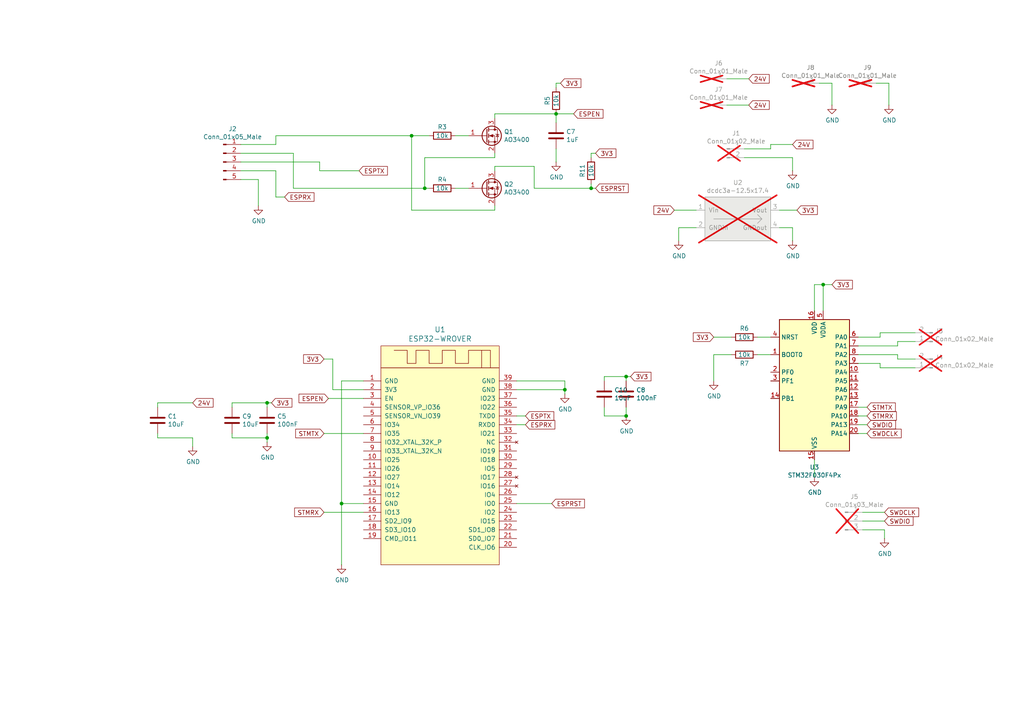
<source format=kicad_sch>
(kicad_sch (version 20250114) (generator "eeschema") (generator_version "9.0")
  (paper "A4")
  (lib_symbols
    (symbol "Connector:Conn_01x01_Male" (pin_names (offset 1.016) (hide yes))
      (property "Reference" "J" (at 0 2.54 0))
      (property "Value" "Connector_Conn_01x01_Male" (at 0 -2.54 0))
      (symbol "Conn_01x01_Male_1_1"
        (rectangle (start 0.8636 0.127) (end 0 -0.127) (stroke (width 0.1524)) (fill (type outline)))
        (polyline (pts (xy 1.27 0) (xy 0.8636 0)) (stroke (width 0.1524)))
        (pin passive line (at 5.08 0 180) (length 3.81) (name "Pin_1") (number "1"))
      )
    )
    (symbol "Connector:Conn_01x02_Male" (pin_names (offset 1.016) (hide yes))
      (property "Reference" "J" (at 0 2.54 0))
      (property "Value" "Connector_Conn_01x02_Male" (at 0 -5.08 0))
      (symbol "Conn_01x02_Male_1_1"
        (rectangle (start 0.8636 0.127) (end 0 -0.127) (stroke (width 0.1524)) (fill (type outline)))
        (rectangle (start 0.8636 -2.413) (end 0 -2.667) (stroke (width 0.1524)) (fill (type outline)))
        (polyline (pts (xy 1.27 0) (xy 0.8636 0)) (stroke (width 0.1524)))
        (polyline (pts (xy 1.27 -2.54) (xy 0.8636 -2.54)) (stroke (width 0.1524)))
        (pin passive line (at 5.08 0 180) (length 3.81) (name "Pin_1") (number "1"))
        (pin passive line (at 5.08 -2.54 180) (length 3.81) (name "Pin_2") (number "2"))
      )
    )
    (symbol "Connector:Conn_01x03_Male" (pin_names (offset 1.016) (hide yes))
      (property "Reference" "J" (at 0 5.08 0))
      (property "Value" "Connector_Conn_01x03_Male" (at 0 -5.08 0))
      (symbol "Conn_01x03_Male_1_1"
        (rectangle (start 0.8636 2.667) (end 0 2.413) (stroke (width 0.1524)) (fill (type outline)))
        (rectangle (start 0.8636 0.127) (end 0 -0.127) (stroke (width 0.1524)) (fill (type outline)))
        (rectangle (start 0.8636 -2.413) (end 0 -2.667) (stroke (width 0.1524)) (fill (type outline)))
        (polyline (pts (xy 1.27 2.54) (xy 0.8636 2.54)) (stroke (width 0.1524)))
        (polyline (pts (xy 1.27 0) (xy 0.8636 0)) (stroke (width 0.1524)))
        (polyline (pts (xy 1.27 -2.54) (xy 0.8636 -2.54)) (stroke (width 0.1524)))
        (pin passive line (at 5.08 2.54 180) (length 3.81) (name "Pin_1") (number "1"))
        (pin passive line (at 5.08 0 180) (length 3.81) (name "Pin_2") (number "2"))
        (pin passive line (at 5.08 -2.54 180) (length 3.81) (name "Pin_3") (number "3"))
      )
    )
    (symbol "Connector:Conn_01x05_Male" (pin_names (offset 1.016) (hide yes))
      (property "Reference" "J" (at 0 7.62 0))
      (property "Value" "Connector_Conn_01x05_Male" (at 0 -7.62 0))
      (symbol "Conn_01x05_Male_1_1"
        (rectangle (start 0.8636 5.207) (end 0 4.953) (stroke (width 0.1524)) (fill (type outline)))
        (rectangle (start 0.8636 2.667) (end 0 2.413) (stroke (width 0.1524)) (fill (type outline)))
        (rectangle (start 0.8636 0.127) (end 0 -0.127) (stroke (width 0.1524)) (fill (type outline)))
        (rectangle (start 0.8636 -2.413) (end 0 -2.667) (stroke (width 0.1524)) (fill (type outline)))
        (rectangle (start 0.8636 -4.953) (end 0 -5.207) (stroke (width 0.1524)) (fill (type outline)))
        (polyline (pts (xy 1.27 5.08) (xy 0.8636 5.08)) (stroke (width 0.1524)))
        (polyline (pts (xy 1.27 2.54) (xy 0.8636 2.54)) (stroke (width 0.1524)))
        (polyline (pts (xy 1.27 0) (xy 0.8636 0)) (stroke (width 0.1524)))
        (polyline (pts (xy 1.27 -2.54) (xy 0.8636 -2.54)) (stroke (width 0.1524)))
        (polyline (pts (xy 1.27 -5.08) (xy 0.8636 -5.08)) (stroke (width 0.1524)))
        (pin passive line (at 5.08 5.08 180) (length 3.81) (name "Pin_1") (number "1"))
        (pin passive line (at 5.08 2.54 180) (length 3.81) (name "Pin_2") (number "2"))
        (pin passive line (at 5.08 0 180) (length 3.81) (name "Pin_3") (number "3"))
        (pin passive line (at 5.08 -2.54 180) (length 3.81) (name "Pin_4") (number "4"))
        (pin passive line (at 5.08 -5.08 180) (length 3.81) (name "Pin_5") (number "5"))
      )
    )
    (symbol "Device:C" (pin_numbers (hide yes)) (pin_names (offset 0.254))
      (property "Reference" "C" (at 0.635 2.54 0))
      (property "Value" "C" (at 0.635 -2.54 0))
      (symbol "C_0_1"
        (polyline (pts (xy -2.032 0.762) (xy 2.032 0.762)) (stroke (width 0.508)))
        (polyline (pts (xy -2.032 -0.762) (xy 2.032 -0.762)) (stroke (width 0.508)))
      )
      (symbol "C_1_1"
        (pin passive line (at 0 3.81 270) (length 2.794) (name "~") (number "1"))
        (pin passive line (at 0 -3.81 90) (length 2.794) (name "~") (number "2"))
      )
    )
    (symbol "Device:R" (pin_numbers (hide yes)) (pin_names (offset 0))
      (property "Reference" "R" (at 2.032 0 90))
      (property "Value" "R" (at 0 0 90))
      (symbol "R_0_1"
        (rectangle (start -1.016 -2.54) (end 1.016 2.54) (stroke (width 0.254)))
      )
      (symbol "R_1_1"
        (pin passive line (at 0 3.81 270) (length 1.27) (name "~") (number "1"))
        (pin passive line (at 0 -3.81 90) (length 1.27) (name "~") (number "2"))
      )
    )
    (symbol "MCU_ST_STM32F0:STM32F030F4Px"
      (property "Reference" "U" (at -10.16 21.59 0))
      (property "Value" "STM32F030F4Px" (at 5.08 21.59 0))
      (symbol "STM32F030F4Px_0_1"
        (rectangle (start -10.16 -17.78) (end 10.16 20.32) (stroke (width 0.254)) (fill (type background)))
      )
      (symbol "STM32F030F4Px_1_1"
        (pin input line (at -12.7 15.24 0) (length 2.54) (name "NRST") (number "4"))
        (pin input line (at -12.7 10.16 0) (length 2.54) (name "BOOT0") (number "1"))
        (pin bidirectional line (at -12.7 5.08 0) (length 2.54) (name "PF0") (number "2"))
        (pin bidirectional line (at -12.7 2.54 0) (length 2.54) (name "PF1") (number "3"))
        (pin bidirectional line (at -12.7 -2.54 0) (length 2.54) (name "PB1") (number "14"))
        (pin power_in line (at 0 22.86 270) (length 2.54) (name "VDD") (number "16"))
        (pin power_in line (at 0 -20.32 90) (length 2.54) (name "VSS") (number "15"))
        (pin power_in line (at 2.54 22.86 270) (length 2.54) (name "VDDA") (number "5"))
        (pin bidirectional line (at 12.7 15.24 180) (length 2.54) (name "PA0") (number "6"))
        (pin bidirectional line (at 12.7 12.7 180) (length 2.54) (name "PA1") (number "7"))
        (pin bidirectional line (at 12.7 10.16 180) (length 2.54) (name "PA2") (number "8"))
        (pin bidirectional line (at 12.7 7.62 180) (length 2.54) (name "PA3") (number "9"))
        (pin bidirectional line (at 12.7 5.08 180) (length 2.54) (name "PA4") (number "10"))
        (pin bidirectional line (at 12.7 2.54 180) (length 2.54) (name "PA5") (number "11"))
        (pin bidirectional line (at 12.7 0 180) (length 2.54) (name "PA6") (number "12"))
        (pin bidirectional line (at 12.7 -2.54 180) (length 2.54) (name "PA7") (number "13"))
        (pin bidirectional line (at 12.7 -5.08 180) (length 2.54) (name "PA9") (number "17"))
        (pin bidirectional line (at 12.7 -7.62 180) (length 2.54) (name "PA10") (number "18"))
        (pin bidirectional line (at 12.7 -10.16 180) (length 2.54) (name "PA13") (number "19"))
        (pin bidirectional line (at 12.7 -12.7 180) (length 2.54) (name "PA14") (number "20"))
      )
    )
    (symbol "Transistor_FET:BSS138" (pin_names (hide yes))
      (property "Reference" "Q" (at 5.08 1.905 0))
      (property "Value" "BSS138" (at 5.08 0 0))
      (symbol "BSS138_0_1"
        (polyline (pts (xy 0.254 1.905) (xy 0.254 -1.905)) (stroke (width 0.254)))
        (polyline (pts (xy 0.254 0) (xy -2.54 0)))
        (polyline (pts (xy 0.762 2.286) (xy 0.762 1.27)) (stroke (width 0.254)))
        (polyline (pts (xy 0.762 0.508) (xy 0.762 -0.508)) (stroke (width 0.254)))
        (polyline (pts (xy 0.762 -1.27) (xy 0.762 -2.286)) (stroke (width 0.254)))
        (polyline (pts (xy 0.762 -1.778) (xy 3.302 -1.778) (xy 3.302 1.778) (xy 0.762 1.778)))
        (polyline (pts (xy 1.016 0) (xy 2.032 0.381) (xy 2.032 -0.381) (xy 1.016 0)) (fill (type outline)))
        (circle (center 1.651 0) (radius 2.794) (stroke (width 0.254)))
        (polyline (pts (xy 2.54 2.54) (xy 2.54 1.778)))
        (circle (center 2.54 1.778) (radius 0.254) (fill (type outline)))
        (circle (center 2.54 -1.778) (radius 0.254) (fill (type outline)))
        (polyline (pts (xy 2.54 -2.54) (xy 2.54 0) (xy 0.762 0)))
        (polyline (pts (xy 2.794 0.508) (xy 2.921 0.381) (xy 3.683 0.381) (xy 3.81 0.254)))
        (polyline (pts (xy 3.302 0.381) (xy 2.921 -0.254) (xy 3.683 -0.254) (xy 3.302 0.381)))
      )
      (symbol "BSS138_1_1"
        (pin input line (at -5.08 0 0) (length 2.54) (name "G") (number "1"))
        (pin passive line (at 2.54 5.08 270) (length 2.54) (name "D") (number "3"))
        (pin passive line (at 2.54 -5.08 90) (length 2.54) (name "S") (number "2"))
      )
    )
    (symbol "dcdc:dcdc3a-12.5x17.4" (pin_names (offset 1.016))
      (property "Reference" "U" (at 0 -8.89 0))
      (property "Value" "dcdc_dcdc3a-12.5x17.4" (at 0 8.89 0))
      (symbol "dcdc3a-12.5x17.4_0_1"
        (rectangle (start -10.16 6.35) (end 8.89 -6.35) (fill (type background)))
        (polyline (pts (xy -7.62 0) (xy 6.35 0) (xy 5.08 1.27)))
        (polyline (pts (xy 6.35 0) (xy 5.08 -1.27)))
      )
      (symbol "dcdc3a-12.5x17.4_1_1"
        (pin power_in line (at -12.7 2.54 0) (length 2.54) (name "Vin") (number "1"))
        (pin power_in line (at -12.7 -2.54 0) (length 2.54) (name "GNDin") (number "2"))
        (pin power_out line (at 11.43 2.54 180) (length 2.54) (name "Vout") (number "3"))
        (pin power_out line (at 11.43 -2.54 180) (length 2.54) (name "GNDout") (number "4"))
      )
    )
    (symbol "esp32-wrover:ESP32-WROVER" (pin_names (offset 1.016))
      (property "Reference" "U" (at -15.24 -33.02 0))
      (property "Value" "ESP32-WROVER" (at 6.35 -33.02 0))
      (symbol "ESP32-WROVER_0_1"
        (rectangle (start -17.78 29.21) (end 16.51 22.86) (fill (type background)))
        (rectangle (start -17.78 22.86) (end 16.51 -34.29) (fill (type background)))
        (polyline (pts (xy -13.97 27.94) (xy -10.16 27.94) (xy -10.16 24.13) (xy -7.62 24.13) (xy -7.62 27.94) (xy -3.81 27.94) (xy -3.81 24.13) (xy 0 24.13) (xy 0 27.94) (xy 3.81 27.94) (xy 3.81 24.13) (xy 7.62 24.13) (xy 7.62 27.94) (xy 11.43 27.94) (xy 11.43 22.86)))
        (polyline (pts (xy 11.43 27.94) (xy 13.97 27.94) (xy 13.97 22.86)))
      )
      (symbol "ESP32-WROVER_1_1"
        (pin power_in line (at -22.86 19.05 0) (length 5.08) (name "GND") (number "1"))
        (pin power_in line (at -22.86 16.51 0) (length 5.08) (name "3V3") (number "2"))
        (pin input line (at -22.86 13.97 0) (length 5.08) (name "EN") (number "3"))
        (pin input line (at -22.86 11.43 0) (length 5.08) (name "SENSOR_VP_IO36") (number "4"))
        (pin input line (at -22.86 8.89 0) (length 5.08) (name "SENSOR_VN_IO39") (number "5"))
        (pin input line (at -22.86 6.35 0) (length 5.08) (name "IO34") (number "6"))
        (pin input line (at -22.86 3.81 0) (length 5.08) (name "IO35") (number "7"))
        (pin bidirectional line (at -22.86 1.27 0) (length 5.08) (name "IO32_XTAL_32K_P") (number "8"))
        (pin bidirectional line (at -22.86 -1.27 0) (length 5.08) (name "IO33_XTAL_32K_N") (number "9"))
        (pin bidirectional line (at -22.86 -3.81 0) (length 5.08) (name "IO25") (number "10"))
        (pin bidirectional line (at -22.86 -6.35 0) (length 5.08) (name "IO26") (number "11"))
        (pin bidirectional line (at -22.86 -8.89 0) (length 5.08) (name "IO27") (number "12"))
        (pin bidirectional line (at -22.86 -11.43 0) (length 5.08) (name "IO14") (number "13"))
        (pin bidirectional line (at -22.86 -13.97 0) (length 5.08) (name "IO12") (number "14"))
        (pin power_in line (at -22.86 -16.51 0) (length 5.08) (name "GND") (number "15"))
        (pin bidirectional line (at -22.86 -19.05 0) (length 5.08) (name "IO13") (number "16"))
        (pin bidirectional line (at -22.86 -21.59 0) (length 5.08) (name "SD2_IO9") (number "17"))
        (pin bidirectional line (at -22.86 -24.13 0) (length 5.08) (name "SD3_IO10") (number "18"))
        (pin bidirectional line (at -22.86 -26.67 0) (length 5.08) (name "CMD_IO11") (number "19"))
        (pin power_in line (at 21.59 19.05 180) (length 5.08) (name "GND") (number "39"))
        (pin power_in line (at 21.59 16.51 180) (length 5.08) (name "GND") (number "38"))
        (pin bidirectional line (at 21.59 13.97 180) (length 5.08) (name "IO23") (number "37"))
        (pin bidirectional line (at 21.59 11.43 180) (length 5.08) (name "IO22") (number "36"))
        (pin output line (at 21.59 8.89 180) (length 5.08) (name "TXD0") (number "35"))
        (pin input line (at 21.59 6.35 180) (length 5.08) (name "RXD0") (number "34"))
        (pin bidirectional line (at 21.59 3.81 180) (length 5.08) (name "IO21") (number "33"))
        (pin no_connect line (at 21.59 1.27 180) (length 5.08) (name "NC") (number "32"))
        (pin bidirectional line (at 21.59 -1.27 180) (length 5.08) (name "IO19") (number "31"))
        (pin bidirectional line (at 21.59 -3.81 180) (length 5.08) (name "IO18") (number "30"))
        (pin bidirectional line (at 21.59 -6.35 180) (length 5.08) (name "IO5") (number "29"))
        (pin no_connect line (at 21.59 -8.89 180) (length 5.08) (name "IO17") (number "28"))
        (pin no_connect line (at 21.59 -11.43 180) (length 5.08) (name "IO16") (number "27"))
        (pin bidirectional line (at 21.59 -13.97 180) (length 5.08) (name "IO4") (number "26"))
        (pin bidirectional line (at 21.59 -16.51 180) (length 5.08) (name "IO0") (number "25"))
        (pin bidirectional line (at 21.59 -19.05 180) (length 5.08) (name "IO2") (number "24"))
        (pin bidirectional line (at 21.59 -21.59 180) (length 5.08) (name "IO15") (number "23"))
        (pin bidirectional line (at 21.59 -24.13 180) (length 5.08) (name "SD1_IO8") (number "22"))
        (pin bidirectional line (at 21.59 -26.67 180) (length 5.08) (name "SD0_IO7") (number "21"))
        (pin bidirectional line (at 21.59 -29.21 180) (length 5.08) (name "CLK_IO6") (number "20"))
      )
    )
    (symbol "power:GND" (power) (pin_numbers (hide yes)) (pin_names (offset 0) (hide yes))
      (property "Value" "GND" (at 0 -3.81 0))
      (symbol "GND_0_1"
        (polyline (pts (xy 0 0) (xy 0 -1.27) (xy 1.27 -1.27) (xy 0 -2.54) (xy -1.27 -1.27) (xy 0 -1.27)))
      )
      (symbol "GND_1_1"
        (pin power_in line (at 0 0 270) (length 0) (name "~") (number "1"))
      )
    )
  )
  (junction (at 77.47 116.84))
  (junction (at 77.47 127))
  (junction (at 238.76 82.55))
  (junction (at 161.29 33.02))
  (junction (at 119.38 39.37))
  (junction (at 99.06 146.05))
  (junction (at 181.61 109.22))
  (junction (at 163.83 113.03))
  (junction (at 123.19 54.61))
  (junction (at 181.61 120.65))
  (junction (at 171.45 54.61))
  (wire (pts (xy 257.81 24.13) (xy 257.81 30.48)))
  (wire (pts (xy 182.88 109.22) (xy 181.61 109.22)))
  (wire (pts (xy 149.86 146.05) (xy 160.02 146.05)))
  (wire (pts (xy 80.01 49.53) (xy 80.01 57.15)))
  (wire (pts (xy 195.58 60.96) (xy 201.93 60.96)))
  (wire (pts (xy 251.46 123.19) (xy 248.92 123.19)))
  (wire (pts (xy 123.19 45.72) (xy 143.51 45.72)))
  (wire (pts (xy 248.92 105.41) (xy 255.27 105.41)))
  (wire (pts (xy 119.38 60.96) (xy 143.51 60.96)))
  (wire (pts (xy 226.06 60.96) (xy 231.14 60.96)))
  (wire (pts (xy 238.76 82.55) (xy 238.76 90.17)))
  (wire (pts (xy 69.85 52.07) (xy 74.93 52.07)))
  (wire (pts (xy 161.29 43.18) (xy 161.29 46.99)))
  (wire (pts (xy 80.01 39.37) (xy 119.38 39.37)))
  (wire (pts (xy 255.27 96.52) (xy 255.27 97.79)))
  (wire (pts (xy 175.26 118.11) (xy 175.26 120.65)))
  (wire (pts (xy 171.45 54.61) (xy 154.94 54.61)))
  (wire (pts (xy 154.94 54.61) (xy 154.94 48.26)))
  (wire (pts (xy 223.52 102.87) (xy 219.71 102.87)))
  (wire (pts (xy 77.47 116.84) (xy 67.31 116.84)))
  (wire (pts (xy 210.82 30.48) (xy 217.17 30.48)))
  (wire (pts (xy 152.4 123.19) (xy 149.86 123.19)))
  (wire (pts (xy 248.92 100.33) (xy 260.35 100.33)))
  (wire (pts (xy 149.86 110.49) (xy 163.83 110.49)))
  (wire (pts (xy 236.22 82.55) (xy 236.22 90.17)))
  (wire (pts (xy 55.88 127) (xy 55.88 129.54)))
  (wire (pts (xy 69.85 44.45) (xy 85.09 44.45)))
  (wire (pts (xy 93.98 125.73) (xy 105.41 125.73)))
  (wire (pts (xy 105.41 110.49) (xy 99.06 110.49)))
  (wire (pts (xy 67.31 125.73) (xy 67.31 127)))
  (wire (pts (xy 241.3 24.13) (xy 237.49 24.13)))
  (wire (pts (xy 181.61 118.11) (xy 181.61 120.65)))
  (wire (pts (xy 163.83 110.49) (xy 163.83 113.03)))
  (wire (pts (xy 171.45 44.45) (xy 171.45 45.72)))
  (wire (pts (xy 256.54 151.13) (xy 250.19 151.13)))
  (wire (pts (xy 212.09 97.79) (xy 207.01 97.79)))
  (wire (pts (xy 210.82 22.86) (xy 217.17 22.86)))
  (wire (pts (xy 251.46 118.11) (xy 248.92 118.11)))
  (wire (pts (xy 238.76 82.55) (xy 241.3 82.55)))
  (wire (pts (xy 143.51 48.26) (xy 154.94 48.26)))
  (wire (pts (xy 82.55 57.15) (xy 80.01 57.15)))
  (bus (pts (xy -31.75 -25.4) (xy -29.21 -22.86)))
  (wire (pts (xy 229.87 66.04) (xy 229.87 69.85)))
  (wire (pts (xy 119.38 39.37) (xy 119.38 60.96)))
  (wire (pts (xy 143.51 49.53) (xy 143.51 48.26)))
  (wire (pts (xy 256.54 148.59) (xy 250.19 148.59)))
  (wire (pts (xy 212.09 102.87) (xy 207.01 102.87)))
  (wire (pts (xy 85.09 54.61) (xy 123.19 54.61)))
  (wire (pts (xy 265.43 96.52) (xy 255.27 96.52)))
  (wire (pts (xy 265.43 99.06) (xy 260.35 99.06)))
  (wire (pts (xy 223.52 41.91) (xy 223.52 43.18)))
  (wire (pts (xy 55.88 116.84) (xy 45.72 116.84)))
  (wire (pts (xy 260.35 102.87) (xy 260.35 104.14)))
  (wire (pts (xy 45.72 116.84) (xy 45.72 118.11)))
  (wire (pts (xy 99.06 110.49) (xy 99.06 146.05)))
  (wire (pts (xy 196.85 66.04) (xy 201.93 66.04)))
  (wire (pts (xy 45.72 127) (xy 55.88 127)))
  (wire (pts (xy 223.52 43.18) (xy 215.9 43.18)))
  (wire (pts (xy 67.31 116.84) (xy 67.31 118.11)))
  (wire (pts (xy 181.61 109.22) (xy 175.26 109.22)))
  (wire (pts (xy 77.47 116.84) (xy 77.47 118.11)))
  (wire (pts (xy 236.22 82.55) (xy 238.76 82.55)))
  (wire (pts (xy 181.61 109.22) (xy 181.61 110.49)))
  (wire (pts (xy 69.85 46.99) (xy 92.71 46.99)))
  (wire (pts (xy 251.46 125.73) (xy 248.92 125.73)))
  (wire (pts (xy 80.01 41.91) (xy 80.01 39.37)))
  (wire (pts (xy 77.47 125.73) (xy 77.47 127)))
  (wire (pts (xy 132.08 54.61) (xy 135.89 54.61)))
  (wire (pts (xy 67.31 127) (xy 77.47 127)))
  (wire (pts (xy 248.92 102.87) (xy 260.35 102.87)))
  (wire (pts (xy 69.85 41.91) (xy 80.01 41.91)))
  (wire (pts (xy 99.06 146.05) (xy 99.06 163.83)))
  (wire (pts (xy 255.27 106.68) (xy 255.27 105.41)))
  (wire (pts (xy 143.51 34.29) (xy 143.51 33.02)))
  (wire (pts (xy 105.41 146.05) (xy 99.06 146.05)))
  (wire (pts (xy 69.85 49.53) (xy 80.01 49.53)))
  (wire (pts (xy 143.51 60.96) (xy 143.51 59.69)))
  (wire (pts (xy 123.19 54.61) (xy 123.19 45.72)))
  (wire (pts (xy 132.08 39.37) (xy 135.89 39.37)))
  (wire (pts (xy 123.19 54.61) (xy 124.46 54.61)))
  (wire (pts (xy 265.43 106.68) (xy 255.27 106.68)))
  (wire (pts (xy 96.52 113.03) (xy 105.41 113.03)))
  (wire (pts (xy 171.45 53.34) (xy 171.45 54.61)))
  (wire (pts (xy 161.29 35.56) (xy 161.29 33.02)))
  (wire (pts (xy 172.72 44.45) (xy 171.45 44.45)))
  (wire (pts (xy 78.74 116.84) (xy 77.47 116.84)))
  (wire (pts (xy 215.9 45.72) (xy 229.87 45.72)))
  (wire (pts (xy 77.47 127) (xy 77.47 128.27)))
  (wire (pts (xy 229.87 41.91) (xy 223.52 41.91)))
  (wire (pts (xy 229.87 45.72) (xy 229.87 49.53)))
  (wire (pts (xy 207.01 110.49) (xy 207.01 102.87)))
  (wire (pts (xy 175.26 109.22) (xy 175.26 110.49)))
  (wire (pts (xy 152.4 120.65) (xy 149.86 120.65)))
  (wire (pts (xy 143.51 45.72) (xy 143.51 44.45)))
  (wire (pts (xy 92.71 46.99) (xy 92.71 49.53)))
  (wire (pts (xy 260.35 104.14) (xy 265.43 104.14)))
  (wire (pts (xy 149.86 113.03) (xy 163.83 113.03)))
  (wire (pts (xy 175.26 120.65) (xy 181.61 120.65)))
  (wire (pts (xy 163.83 113.03) (xy 163.83 114.3)))
  (wire (pts (xy 105.41 115.57) (xy 95.25 115.57)))
  (wire (pts (xy 93.98 104.14) (xy 96.52 104.14)))
  (wire (pts (xy 166.37 33.02) (xy 161.29 33.02)))
  (wire (pts (xy 226.06 66.04) (xy 229.87 66.04)))
  (wire (pts (xy 161.29 33.02) (xy 143.51 33.02)))
  (wire (pts (xy 251.46 120.65) (xy 248.92 120.65)))
  (wire (pts (xy 248.92 97.79) (xy 255.27 97.79)))
  (wire (pts (xy 162.56 24.13) (xy 161.29 24.13)))
  (wire (pts (xy 256.54 153.67) (xy 250.19 153.67)))
  (wire (pts (xy 74.93 52.07) (xy 74.93 59.69)))
  (wire (pts (xy 260.35 99.06) (xy 260.35 100.33)))
  (wire (pts (xy 96.52 104.14) (xy 96.52 113.03)))
  (wire (pts (xy 196.85 66.04) (xy 196.85 69.85)))
  (wire (pts (xy 236.22 138.43) (xy 236.22 133.35)))
  (wire (pts (xy 104.14 49.53) (xy 92.71 49.53)))
  (wire (pts (xy 93.98 148.59) (xy 105.41 148.59)))
  (wire (pts (xy 161.29 24.13) (xy 161.29 25.4)))
  (wire (pts (xy 45.72 125.73) (xy 45.72 127)))
  (wire (pts (xy 256.54 156.21) (xy 256.54 153.67)))
  (wire (pts (xy 172.72 54.61) (xy 171.45 54.61)))
  (wire (pts (xy 119.38 39.37) (xy 124.46 39.37)))
  (wire (pts (xy 219.71 97.79) (xy 223.52 97.79)))
  (wire (pts (xy 241.3 24.13) (xy 241.3 30.48)))
  (wire (pts (xy 257.81 24.13) (xy 254 24.13)))
  (wire (pts (xy 85.09 44.45) (xy 85.09 54.61)))
  (global_label "3V3" (shape input) (at 182.88 109.22 0) (property "Intersheetrefs" "${INTERSHEET_REFS}" (effects (hide yes))))
  (global_label "ESPTX" (shape input) (at 104.14 49.53 0) (property "Intersheetrefs" "${INTERSHEET_REFS}" (effects (hide yes))))
  (global_label "ESPTX" (shape input) (at 152.4 120.65 0) (property "Intersheetrefs" "${INTERSHEET_REFS}" (effects (hide yes))))
  (global_label "ESPEN" (shape input) (at 95.25 115.57 180) (property "Intersheetrefs" "${INTERSHEET_REFS}" (effects (hide yes))))
  (global_label "ESPEN" (shape input) (at 166.37 33.02 0) (property "Intersheetrefs" "${INTERSHEET_REFS}" (effects (hide yes))))
  (global_label "STMTX" (shape input) (at 93.98 125.73 180) (property "Intersheetrefs" "${INTERSHEET_REFS}" (effects (hide yes))))
  (global_label "SWDIO" (shape input) (at 251.46 123.19 0) (property "Intersheetrefs" "${INTERSHEET_REFS}" (effects (hide yes))))
  (global_label "3V3" (shape input) (at 231.14 60.96 0) (property "Intersheetrefs" "${INTERSHEET_REFS}" (effects (hide yes))))
  (global_label "3V3" (shape input) (at 172.72 44.45 0) (property "Intersheetrefs" "${INTERSHEET_REFS}" (effects (hide yes))))
  (global_label "24V" (shape input) (at 229.87 41.91 0) (property "Intersheetrefs" "${INTERSHEET_REFS}" (effects (hide yes))))
  (global_label "ESPRST" (shape input) (at 160.02 146.05 0) (property "Intersheetrefs" "${INTERSHEET_REFS}" (effects (hide yes))))
  (global_label "24V" (shape input) (at 217.17 22.86 0) (property "Intersheetrefs" "${INTERSHEET_REFS}" (effects (hide yes))))
  (global_label "ESPRST" (shape input) (at 172.72 54.61 0) (property "Intersheetrefs" "${INTERSHEET_REFS}" (effects (hide yes))))
  (global_label "3V3" (shape input) (at 162.56 24.13 0) (property "Intersheetrefs" "${INTERSHEET_REFS}" (effects (hide yes))))
  (global_label "24V" (shape input) (at 195.58 60.96 180) (property "Intersheetrefs" "${INTERSHEET_REFS}" (effects (hide yes))))
  (global_label "STMTX" (shape input) (at 251.46 118.11 0) (property "Intersheetrefs" "${INTERSHEET_REFS}" (effects (hide yes))))
  (global_label "24V" (shape input) (at 55.88 116.84 0) (property "Intersheetrefs" "${INTERSHEET_REFS}" (effects (hide yes))))
  (global_label "ESPRX" (shape input) (at 152.4 123.19 0) (property "Intersheetrefs" "${INTERSHEET_REFS}" (effects (hide yes))))
  (global_label "3V3" (shape input) (at 93.98 104.14 180) (property "Intersheetrefs" "${INTERSHEET_REFS}" (effects (hide yes))))
  (global_label "SWDCLK" (shape input) (at 251.46 125.73 0) (property "Intersheetrefs" "${INTERSHEET_REFS}" (effects (hide yes))))
  (global_label "SWDIO" (shape input) (at 256.54 151.13 0) (property "Intersheetrefs" "${INTERSHEET_REFS}" (effects (hide yes))))
  (global_label "3V3" (shape input) (at 241.3 82.55 0) (property "Intersheetrefs" "${INTERSHEET_REFS}" (effects (hide yes))))
  (global_label "3V3" (shape input) (at 207.01 97.79 180) (property "Intersheetrefs" "${INTERSHEET_REFS}" (effects (hide yes))))
  (global_label "SWDCLK" (shape input) (at 256.54 148.59 0) (property "Intersheetrefs" "${INTERSHEET_REFS}" (effects (hide yes))))
  (global_label "24V" (shape input) (at 217.17 30.48 0) (property "Intersheetrefs" "${INTERSHEET_REFS}" (effects (hide yes))))
  (global_label "3V3" (shape input) (at 78.74 116.84 0) (property "Intersheetrefs" "${INTERSHEET_REFS}" (effects (hide yes))))
  (global_label "ESPRX" (shape input) (at 82.55 57.15 0) (property "Intersheetrefs" "${INTERSHEET_REFS}" (effects (hide yes))))
  (global_label "STMRX" (shape input) (at 93.98 148.59 180) (property "Intersheetrefs" "${INTERSHEET_REFS}" (effects (hide yes))))
  (global_label "STMRX" (shape input) (at 251.46 120.65 0) (property "Intersheetrefs" "${INTERSHEET_REFS}" (effects (hide yes))))
  (symbol (lib_id "esp32-wrover:ESP32-WROVER") (at 128.27 129.54 0) (unit 1)
    (property "Reference" "U1" (at 127.635 95.5802 0) (effects (font (size 1.524 1.524))))
    (property "Value" "ESP32-WROVER" (at 127.635 98.2726 0) (effects (font (size 1.524 1.524))))
    (property "Footprint" "esp32-wrover:XCVR_ESP32-WROVER" (effects (hide yes)))
    (property "LCSC" "C701352" (effects (hide yes)))
  )
  (symbol (lib_id "power:GND") (at 236.22 138.43 0) (unit 1)
    (property "Reference" "#PWR0103" (effects (hide yes)))
    (property "Value" "GND" (at 236.347 142.8242 0))
  )
  (symbol (lib_id "Device:R") (at 215.9 97.79 270) (unit 1)
    (property "Reference" "R6" (at 215.9 95.25 90))
    (property "Value" "10k" (at 215.9 97.79 90))
    (property "Footprint" "Resistor_SMD:R_0402_1005Metric" (effects (hide yes)))
    (property "LCSC" "C25744" (effects (hide yes)))
  )
  (symbol (lib_id "Device:R") (at 215.9 102.87 270) (unit 1)
    (property "Reference" "R7" (at 215.9 105.41 90))
    (property "Value" "10k" (at 215.9 102.87 90))
    (property "Footprint" "Resistor_SMD:R_0402_1005Metric" (effects (hide yes)))
    (property "LCSC" "C25744" (effects (hide yes)))
  )
  (symbol (lib_id "power:GND") (at 207.01 110.49 0) (unit 1)
    (property "Reference" "#PWR0106" (effects (hide yes)))
    (property "Value" "GND" (at 207.137 114.8842 0))
  )
  (symbol (lib_id "Device:C") (at 161.29 39.37 0) (unit 1)
    (property "Reference" "C7" (at 164.211 38.2016 0) (effects (justify left)))
    (property "Value" "1uF" (at 164.211 40.513 0) (effects (justify left)))
    (property "Footprint" "Capacitor_SMD:C_0402_1005Metric" (effects (hide yes)))
    (property "LCSC" "C52923" (effects (hide yes)))
  )
  (symbol (lib_id "power:GND") (at 161.29 46.99 0) (unit 1)
    (property "Reference" "#PWR0112" (effects (hide yes)))
    (property "Value" "GND" (at 161.417 51.3842 0))
  )
  (symbol (lib_id "Device:C") (at 181.61 114.3 0) (unit 1)
    (property "Reference" "C8" (at 184.531 113.1316 0) (effects (justify left)))
    (property "Value" "100nF" (at 184.531 115.443 0) (effects (justify left)))
    (property "Footprint" "Capacitor_SMD:C_0402_1005Metric" (effects (hide yes)))
    (property "LCSC" "C1525" (effects (hide yes)))
  )
  (symbol (lib_id "power:GND") (at 181.61 120.65 0) (unit 1)
    (property "Reference" "#PWR0107" (effects (hide yes)))
    (property "Value" "GND" (at 181.737 125.0442 0))
  )
  (symbol (lib_id "Device:C") (at 77.47 121.92 0) (unit 1)
    (property "Reference" "C5" (at 80.391 120.7516 0) (effects (justify left)))
    (property "Value" "100nF" (at 80.391 123.063 0) (effects (justify left)))
    (property "Footprint" "Capacitor_SMD:C_0402_1005Metric" (effects (hide yes)))
    (property "LCSC" "C1525" (effects (hide yes)))
  )
  (symbol (lib_id "power:GND") (at 77.47 128.27 0) (unit 1)
    (property "Reference" "#PWR0108" (effects (hide yes)))
    (property "Value" "GND" (at 77.597 132.6642 0))
  )
  (symbol (lib_id "Transistor_FET:BSS138") (at 140.97 39.37 0) (unit 1)
    (property "Reference" "Q1" (at 146.177 38.2016 0) (effects (justify left)))
    (property "Value" "AO3400" (at 146.177 40.513 0) (effects (justify left)))
    (property "Footprint" "Package_TO_SOT_SMD:SOT-23" (effects (hide yes)))
    (property "LCSC" "C20917" (effects (hide yes)))
  )
  (symbol (lib_id "Device:R") (at 128.27 39.37 270) (unit 1)
    (property "Reference" "R3" (at 128.27 36.83 90))
    (property "Value" "10k" (at 128.27 39.37 90))
    (property "Footprint" "Resistor_SMD:R_0402_1005Metric" (effects (hide yes)))
    (property "LCSC" "C25744" (effects (hide yes)))
  )
  (symbol (lib_id "power:GND") (at 99.06 163.83 0) (unit 1)
    (property "Reference" "#PWR0109" (effects (hide yes)))
    (property "Value" "GND" (at 99.187 168.2242 0))
  )
  (symbol (lib_id "power:GND") (at 163.83 114.3 0) (unit 1)
    (property "Reference" "#PWR0110" (effects (hide yes)))
    (property "Value" "GND" (at 163.957 118.6942 0))
  )
  (symbol (lib_id "Transistor_FET:BSS138") (at 140.97 54.61 0) (unit 1)
    (property "Reference" "Q2" (at 146.177 53.4416 0) (effects (justify left)))
    (property "Value" "AO3400" (at 146.177 55.753 0) (effects (justify left)))
    (property "Footprint" "Package_TO_SOT_SMD:SOT-23" (effects (hide yes)))
    (property "LCSC" "C20917" (effects (hide yes)))
  )
  (symbol (lib_id "Device:R") (at 128.27 54.61 270) (unit 1)
    (property "Reference" "R4" (at 128.27 52.07 90))
    (property "Value" "10k" (at 128.27 54.61 90))
    (property "Footprint" "Resistor_SMD:R_0402_1005Metric" (effects (hide yes)))
    (property "LCSC" "C25744" (effects (hide yes)))
  )
  (symbol (lib_id "Device:C") (at 67.31 121.92 0) (unit 1)
    (property "Reference" "C9" (at 70.231 120.7516 0) (effects (justify left)))
    (property "Value" "10uF" (at 70.231 123.063 0) (effects (justify left)))
    (property "Footprint" "Capacitor_SMD:C_1206_3216Metric" (effects (hide yes)))
    (property "LCSC" "C13585" (effects (hide yes)))
  )
  (symbol (lib_id "Device:R") (at 161.29 29.21 0) (unit 1)
    (property "Reference" "R5" (at 158.75 29.21 90))
    (property "Value" "10k" (at 161.29 29.21 90))
    (property "Footprint" "Resistor_SMD:R_0402_1005Metric" (effects (hide yes)))
    (property "LCSC" "C25744" (effects (hide yes)))
  )
  (symbol (lib_id "Device:R") (at 171.45 49.53 0) (unit 1)
    (property "Reference" "R11" (at 168.91 49.53 90))
    (property "Value" "10k" (at 171.45 49.53 90))
    (property "Footprint" "Resistor_SMD:R_0402_1005Metric" (effects (hide yes)))
    (property "LCSC" "C25744" (effects (hide yes)))
  )
  (symbol (lib_id "Device:C") (at 175.26 114.3 0) (unit 1)
    (property "Reference" "C10" (at 178.181 113.1316 0) (effects (justify left)))
    (property "Value" "10uF" (at 178.181 115.443 0) (effects (justify left)))
    (property "Footprint" "Capacitor_SMD:C_1206_3216Metric" (effects (hide yes)))
    (property "LCSC" "C13585" (effects (hide yes)))
  )
  (symbol (lib_id "MCU_ST_STM32F0:STM32F030F4Px") (at 236.22 113.03 0) (unit 1)
    (property "Reference" "U3" (at 236.22 135.5344 0))
    (property "Value" "STM32F030F4Px" (at 236.22 137.8458 0))
    (property "Footprint" "Package_SO:TSSOP-20_4.4x6.5mm_P0.65mm" (effects (hide yes)))
    (property "Datasheet" "http://www.st.com/st-web-ui/static/active/en/resource/technical/document/datasheet/DM00088500.pdf" (effects (hide yes)))
    (property "LCSC" "C89040" (effects (hide yes)))
  )
  (symbol (lib_id "dcdc:dcdc3a-12.5x17.4") (at 214.63 63.5 0) (unit 1) (dnp yes)
    (property "Reference" "U2" (at 213.995 52.959 0))
    (property "Value" "dcdc3a-12.5x17.4" (at 213.995 55.2704 0))
    (property "Footprint" "outline:dcdc3a-12.5x17.4" (effects (hide yes)))
  )
  (symbol (lib_id "power:GND") (at 229.87 69.85 0) (unit 1)
    (property "Reference" "#PWR0102" (effects (hide yes)))
    (property "Value" "GND" (at 229.997 74.2442 0))
  )
  (symbol (lib_id "power:GND") (at 196.85 69.85 0) (unit 1)
    (property "Reference" "#PWR0104" (effects (hide yes)))
    (property "Value" "GND" (at 196.977 74.2442 0))
  )
  (symbol (lib_id "power:GND") (at 241.3 30.48 0) (unit 1)
    (property "Reference" "#PWR0113" (effects (hide yes)))
    (property "Value" "GND" (at 241.427 34.8742 0))
  )
  (symbol (lib_id "power:GND") (at 257.81 30.48 0) (unit 1)
    (property "Reference" "#PWR0114" (effects (hide yes)))
    (property "Value" "GND" (at 257.937 34.8742 0))
  )
  (symbol (lib_id "Connector:Conn_01x01_Male") (at 205.74 22.86 0) (unit 1) (dnp yes)
    (property "Reference" "J6" (at 208.4324 18.3388 0))
    (property "Value" "Conn_01x01_Male" (at 208.4324 20.6502 0))
    (property "Footprint" "outline:solderpad1" (effects (hide yes)))
  )
  (symbol (lib_id "Connector:Conn_01x01_Male") (at 205.74 30.48 0) (unit 1) (dnp yes)
    (property "Reference" "J7" (at 208.4324 25.9588 0))
    (property "Value" "Conn_01x01_Male" (at 208.4324 28.2702 0))
    (property "Footprint" "outline:solderpad1" (effects (hide yes)))
  )
  (symbol (lib_id "Connector:Conn_01x01_Male") (at 232.41 24.13 0) (unit 1) (dnp yes)
    (property "Reference" "J8" (at 235.1024 19.6088 0))
    (property "Value" "Conn_01x01_Male" (at 235.1024 21.9202 0))
    (property "Footprint" "outline:solderpad1" (effects (hide yes)))
  )
  (symbol (lib_id "Device:C") (at 45.72 121.92 0) (unit 1)
    (property "Reference" "C1" (at 48.641 120.7516 0) (effects (justify left)))
    (property "Value" "10uF" (at 48.641 123.063 0) (effects (justify left)))
    (property "Footprint" "Capacitor_SMD:C_1206_3216Metric" (effects (hide yes)))
    (property "LCSC" "C13585" (effects (hide yes)))
  )
  (symbol (lib_id "Connector:Conn_01x01_Male") (at 248.92 24.13 0) (unit 1) (dnp yes)
    (property "Reference" "J9" (at 251.6124 19.6088 0))
    (property "Value" "Conn_01x01_Male" (at 251.6124 21.9202 0))
    (property "Footprint" "outline:solderpad1" (effects (hide yes)))
  )
  (symbol (lib_id "power:GND") (at 55.88 129.54 0) (unit 1)
    (property "Reference" "#PWR0115" (effects (hide yes)))
    (property "Value" "GND" (at 56.007 133.9342 0))
  )
  (symbol (lib_id "Connector:Conn_01x05_Male") (at 64.77 46.99 0) (unit 1)
    (property "Reference" "J2" (at 67.4624 37.3888 0))
    (property "Value" "Conn_01x05_Male" (at 67.4624 39.7002 0))
    (property "Footprint" "Connector_Molex:Molex_PicoBlade_53261-0571_1x05-1MP_P1.25mm_Horizontal" (effects (hide yes)))
    (property "LCSC" "C225114" (effects (hide yes)))
  )
  (symbol (lib_id "power:GND") (at 74.93 59.69 0) (unit 1)
    (property "Reference" "#PWR0105" (effects (hide yes)))
    (property "Value" "GND" (at 75.057 64.0842 0))
  )
  (symbol (lib_id "Connector:Conn_01x02_Male") (at 270.51 99.06 180) (unit 1) (dnp yes)
    (property "Reference" "J3" (at 271.1958 96.012 0) (effects (justify right)))
    (property "Value" "Conn_01x02_Male" (at 271.1958 98.3234 0) (effects (justify right)))
    (property "Footprint" "Connector_PinHeader_2.54mm:PinHeader_1x02_P2.54mm_Vertical" (effects (hide yes)))
  )
  (symbol (lib_id "Connector:Conn_01x02_Male") (at 270.51 106.68 180) (unit 1) (dnp yes)
    (property "Reference" "J4" (at 271.1958 103.632 0) (effects (justify right)))
    (property "Value" "Conn_01x02_Male" (at 271.1958 105.9434 0) (effects (justify right)))
    (property "Footprint" "Connector_PinHeader_2.54mm:PinHeader_1x02_P2.54mm_Vertical" (effects (hide yes)))
  )
  (symbol (lib_id "Connector:Conn_01x02_Male") (at 210.82 43.18 0) (unit 1) (dnp yes)
    (property "Reference" "J1" (at 213.5124 38.6588 0))
    (property "Value" "Conn_01x02_Male" (at 213.5124 40.9702 0))
    (property "Footprint" "outline:xt60-pcb" (effects (hide yes)))
  )
  (symbol (lib_id "power:GND") (at 229.87 49.53 0) (unit 1)
    (property "Reference" "#PWR0101" (effects (hide yes)))
    (property "Value" "GND" (at 229.997 53.9242 0))
  )
  (symbol (lib_id "Connector:Conn_01x03_Male") (at 245.11 151.13 0) (unit 1) (dnp yes)
    (property "Reference" "J5" (at 247.8024 144.0688 0))
    (property "Value" "Conn_01x03_Male" (at 247.8024 146.3802 0))
    (property "Footprint" "Connector_PinHeader_2.54mm:PinHeader_1x03_P2.54mm_Vertical" (effects (hide yes)))
  )
  (symbol (lib_id "power:GND") (at 256.54 156.21 0) (unit 1)
    (property "Reference" "#PWR0111" (effects (hide yes)))
    (property "Value" "GND" (at 256.667 160.6042 0))
  )
)
</source>
